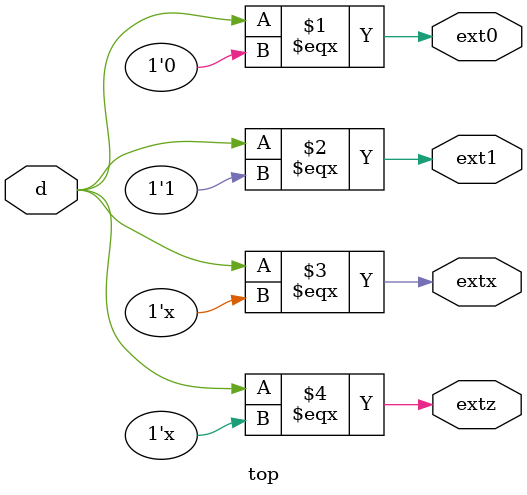
<source format=v>

module top
  (input d,
   output ext0,
   output ext1,
   output extx,
   output extz);

   assign ext0 = (d === 1'b0);
   assign ext1 = (d === 1'b1);
   assign extx = (d === 1'bx);
   assign extz = (d === 1'bz);
endmodule

</source>
